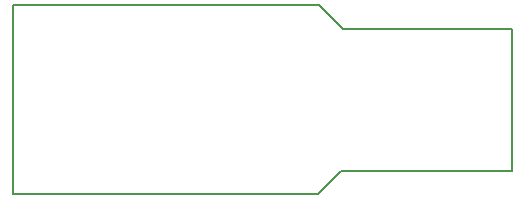
<source format=gm1>
%FSLAX24Y24*%
%MOIN*%
G70*
G01*
G75*
G04 Layer_Color=16711935*
%ADD10R,0.0197X0.0236*%
%ADD11R,0.0217X0.0236*%
%ADD12R,0.0394X0.0335*%
%ADD13R,0.0236X0.0335*%
%ADD14R,0.0236X0.0217*%
%ADD15R,0.0315X0.0295*%
%ADD16R,0.0335X0.0256*%
%ADD17R,0.0236X0.0197*%
%ADD18R,0.0709X0.0394*%
%ADD19R,0.0177X0.0177*%
G04:AMPARAMS|DCode=20|XSize=47.2mil|YSize=43.3mil|CornerRadius=0mil|HoleSize=0mil|Usage=FLASHONLY|Rotation=45.000|XOffset=0mil|YOffset=0mil|HoleType=Round|Shape=Rectangle|*
%AMROTATEDRECTD20*
4,1,4,-0.0014,-0.0320,-0.0320,-0.0014,0.0014,0.0320,0.0320,0.0014,-0.0014,-0.0320,0.0*
%
%ADD20ROTATEDRECTD20*%

%ADD21R,0.0256X0.0197*%
%ADD22R,0.0197X0.0256*%
%ADD23O,0.0256X0.0079*%
%ADD24O,0.0079X0.0256*%
%ADD25R,0.1850X0.1850*%
%ADD26R,0.0571X0.0217*%
%ADD27R,0.0571X0.0217*%
%ADD28R,0.2560X0.0400*%
%ADD29R,0.2960X0.0600*%
G04:AMPARAMS|DCode=30|XSize=19.7mil|YSize=23.6mil|CornerRadius=0mil|HoleSize=0mil|Usage=FLASHONLY|Rotation=225.000|XOffset=0mil|YOffset=0mil|HoleType=Round|Shape=Rectangle|*
%AMROTATEDRECTD30*
4,1,4,-0.0014,0.0153,0.0153,-0.0014,0.0014,-0.0153,-0.0153,0.0014,-0.0014,0.0153,0.0*
%
%ADD30ROTATEDRECTD30*%

%ADD31C,0.0394*%
%ADD32R,0.0157X0.0197*%
%ADD33C,0.0150*%
%ADD34C,0.0060*%
%ADD35C,0.0050*%
%ADD36C,0.0100*%
%ADD37C,0.0080*%
%ADD38C,0.0070*%
%ADD39C,0.0090*%
%ADD40C,0.0200*%
%ADD41R,0.0680X0.0410*%
%ADD42C,0.0390*%
%ADD43C,0.0197*%
%ADD44C,0.0118*%
%ADD45C,0.0591*%
%ADD46C,0.0709*%
%ADD47C,0.0240*%
%ADD48C,0.0138*%
%ADD49C,0.0310*%
%ADD50R,0.0551X0.0413*%
%ADD51R,0.0472X0.0433*%
%ADD52C,0.0098*%
%ADD53C,0.0039*%
%ADD54C,0.0079*%
%ADD55C,0.0059*%
%ADD56R,0.0257X0.0296*%
%ADD57R,0.0277X0.0296*%
%ADD58R,0.0454X0.0395*%
%ADD59R,0.0296X0.0395*%
%ADD60R,0.0296X0.0277*%
%ADD61R,0.0375X0.0355*%
%ADD62R,0.0395X0.0316*%
%ADD63R,0.0296X0.0257*%
%ADD64R,0.0769X0.0454*%
%ADD65R,0.0237X0.0237*%
G04:AMPARAMS|DCode=66|XSize=53.2mil|YSize=49.3mil|CornerRadius=0mil|HoleSize=0mil|Usage=FLASHONLY|Rotation=45.000|XOffset=0mil|YOffset=0mil|HoleType=Round|Shape=Rectangle|*
%AMROTATEDRECTD66*
4,1,4,-0.0014,-0.0363,-0.0363,-0.0014,0.0014,0.0363,0.0363,0.0014,-0.0014,-0.0363,0.0*
%
%ADD66ROTATEDRECTD66*%

%ADD67R,0.0316X0.0257*%
%ADD68R,0.0257X0.0316*%
%ADD69O,0.0316X0.0139*%
%ADD70O,0.0139X0.0316*%
%ADD71R,0.1910X0.1910*%
%ADD72R,0.0631X0.0277*%
%ADD73R,0.0631X0.0277*%
%ADD74R,0.2620X0.0460*%
%ADD75R,0.3020X0.0660*%
G04:AMPARAMS|DCode=76|XSize=25.7mil|YSize=29.6mil|CornerRadius=0mil|HoleSize=0mil|Usage=FLASHONLY|Rotation=225.000|XOffset=0mil|YOffset=0mil|HoleType=Round|Shape=Rectangle|*
%AMROTATEDRECTD76*
4,1,4,-0.0014,0.0196,0.0196,-0.0014,0.0014,-0.0196,-0.0196,0.0014,-0.0014,0.0196,0.0*
%
%ADD76ROTATEDRECTD76*%

%ADD77C,0.0787*%
%ADD78R,0.0217X0.0257*%
%ADD79C,0.0450*%
%ADD80C,0.0651*%
%ADD81C,0.0769*%
%ADD82C,0.0198*%
%ADD83C,0.0370*%
%ADD84R,0.0611X0.0473*%
%ADD85R,0.0532X0.0493*%
%ADD86C,0.0003*%
%ADD87C,0.0110*%
D34*
X10184Y6299D02*
X10973Y5510D01*
X10154Y0D02*
X10934Y780D01*
X0Y6300D02*
X10184D01*
X0Y0D02*
Y6299D01*
Y0D02*
X10154D01*
D55*
X16626Y780D02*
Y5512D01*
X10975D02*
X16626D01*
X10934Y780D02*
X16626D01*
M02*

</source>
